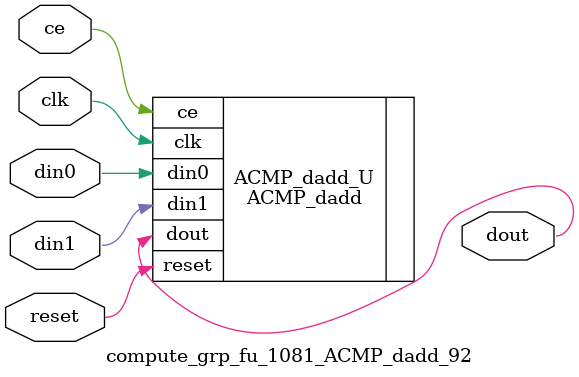
<source format=v>

`timescale 1 ns / 1 ps
module compute_grp_fu_1081_ACMP_dadd_92(
    clk,
    reset,
    ce,
    din0,
    din1,
    dout);

parameter ID = 32'd1;
parameter NUM_STAGE = 32'd1;
parameter din0_WIDTH = 32'd1;
parameter din1_WIDTH = 32'd1;
parameter dout_WIDTH = 32'd1;
input clk;
input reset;
input ce;
input[din0_WIDTH - 1:0] din0;
input[din1_WIDTH - 1:0] din1;
output[dout_WIDTH - 1:0] dout;



ACMP_dadd #(
.ID( ID ),
.NUM_STAGE( 5 ),
.din0_WIDTH( din0_WIDTH ),
.din1_WIDTH( din1_WIDTH ),
.dout_WIDTH( dout_WIDTH ))
ACMP_dadd_U(
    .clk( clk ),
    .reset( reset ),
    .ce( ce ),
    .din0( din0 ),
    .din1( din1 ),
    .dout( dout ));

endmodule

</source>
